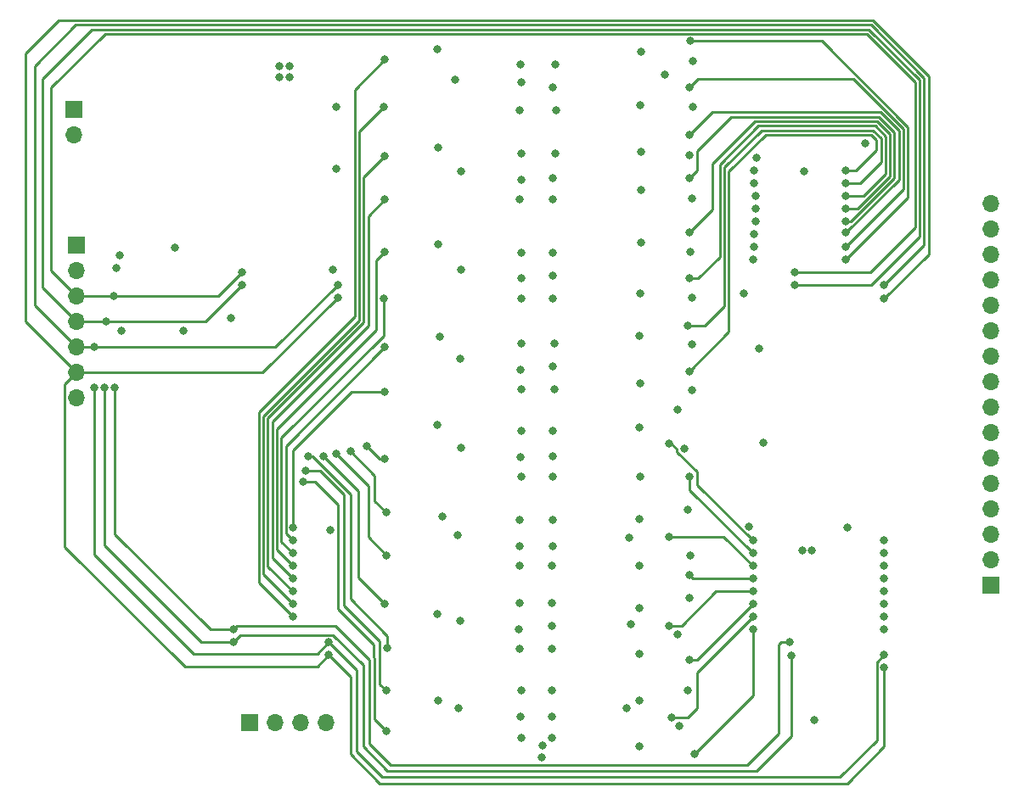
<source format=gbr>
%TF.GenerationSoftware,KiCad,Pcbnew,7.0.6-0*%
%TF.CreationDate,2024-01-17T10:16:55-05:00*%
%TF.ProjectId,SwitchingV3,53776974-6368-4696-9e67-56332e6b6963,rev?*%
%TF.SameCoordinates,Original*%
%TF.FileFunction,Copper,L2,Inr*%
%TF.FilePolarity,Positive*%
%FSLAX46Y46*%
G04 Gerber Fmt 4.6, Leading zero omitted, Abs format (unit mm)*
G04 Created by KiCad (PCBNEW 7.0.6-0) date 2024-01-17 10:16:55*
%MOMM*%
%LPD*%
G01*
G04 APERTURE LIST*
%TA.AperFunction,ComponentPad*%
%ADD10R,1.700000X1.700000*%
%TD*%
%TA.AperFunction,ComponentPad*%
%ADD11O,1.700000X1.700000*%
%TD*%
%TA.AperFunction,ViaPad*%
%ADD12C,0.800000*%
%TD*%
%TA.AperFunction,Conductor*%
%ADD13C,0.250000*%
%TD*%
G04 APERTURE END LIST*
D10*
%TO.N,E_control*%
%TO.C,J3*%
X99060000Y-89789000D03*
D11*
%TO.N,D_control*%
X99060000Y-92329000D03*
%TO.N,S0*%
X99060000Y-94869000D03*
%TO.N,S1*%
X99060000Y-97409000D03*
%TO.N,S2*%
X99060000Y-99949000D03*
%TO.N,S3*%
X99060000Y-102489000D03*
%TO.N,S*%
X99060000Y-105029000D03*
%TD*%
D10*
%TO.N,e1*%
%TO.C,J4*%
X190246000Y-123698000D03*
D11*
%TO.N,e2*%
X190246000Y-121158000D03*
%TO.N,e3*%
X190246000Y-118618000D03*
%TO.N,e4*%
X190246000Y-116078000D03*
%TO.N,e5*%
X190246000Y-113538000D03*
%TO.N,e6*%
X190246000Y-110998000D03*
%TO.N,e7*%
X190246000Y-108458000D03*
%TO.N,e8*%
X190246000Y-105918000D03*
%TO.N,e9*%
X190246000Y-103378000D03*
%TO.N,e10*%
X190246000Y-100838000D03*
%TO.N,e11*%
X190246000Y-98298000D03*
%TO.N,e12*%
X190246000Y-95758000D03*
%TO.N,e13*%
X190246000Y-93218000D03*
%TO.N,e14*%
X190246000Y-90678000D03*
%TO.N,e15*%
X190246000Y-88138000D03*
%TO.N,e16*%
X190246000Y-85598000D03*
%TD*%
D10*
%TO.N,CSOutput1*%
%TO.C,J2*%
X98781000Y-76180000D03*
D11*
%TO.N,CSOutput2*%
X98781000Y-78720000D03*
%TD*%
D10*
%TO.N,+34V*%
%TO.C,J1*%
X116307000Y-137394000D03*
D11*
%TO.N,-34V*%
X118847000Y-137394000D03*
%TO.N,GND*%
X121387000Y-137394000D03*
%TO.N,+3.3V*%
X123927000Y-137394000D03*
%TD*%
D12*
%TO.N,+34V*%
X143183548Y-128070549D03*
X143420500Y-73533000D03*
X143315451Y-136838451D03*
X143391451Y-83193451D03*
X143274951Y-119779951D03*
X145415000Y-140880500D03*
X143340148Y-110943254D03*
X143342951Y-102194951D03*
X143420500Y-93043451D03*
%TO.N,GND*%
X165608000Y-94615000D03*
X124968000Y-75946000D03*
X119253000Y-71882000D03*
X154305000Y-127635000D03*
X157734000Y-72771000D03*
X171450000Y-120269000D03*
X167132000Y-100076000D03*
X171577000Y-82423000D03*
X114427000Y-97028000D03*
X167513000Y-109474000D03*
X120269000Y-71882000D03*
X120269000Y-73025000D03*
X119253000Y-73025000D03*
X172339000Y-120269000D03*
X154178000Y-118999000D03*
X153924000Y-136017000D03*
X124587000Y-92202000D03*
X172593000Y-137160000D03*
%TO.N,-34V*%
X146566077Y-110861173D03*
X145542000Y-139700000D03*
X146481549Y-136855451D03*
X146430500Y-127762000D03*
X146520500Y-83032451D03*
X146520500Y-92830964D03*
X146556250Y-119809451D03*
X146520500Y-101854000D03*
X146520500Y-73966951D03*
%TO.N,+3.3V*%
X155194000Y-117094000D03*
X136779000Y-73279000D03*
X155194000Y-125984000D03*
X124370500Y-118237000D03*
X103378000Y-90805000D03*
X155194000Y-135255000D03*
X155321000Y-70485000D03*
X135128000Y-80010000D03*
X155388800Y-84268800D03*
X155321000Y-89535000D03*
X135128000Y-135255000D03*
X137160000Y-136017000D03*
X135255000Y-98933000D03*
X137287000Y-101092000D03*
X137414000Y-92202000D03*
X137414000Y-109982000D03*
X175895000Y-117983000D03*
X137414000Y-82423000D03*
X135128000Y-89662000D03*
X155261800Y-112843800D03*
X177673000Y-79629000D03*
X155194000Y-121793000D03*
X155284498Y-75819000D03*
X155194000Y-139827000D03*
X137033000Y-118745000D03*
X155194000Y-98806000D03*
X124936500Y-82169000D03*
X137287000Y-127254000D03*
X135509000Y-116877500D03*
X155261800Y-103572800D03*
X155194000Y-130556000D03*
X155261800Y-94555800D03*
X135001000Y-126619000D03*
X155194000Y-107950000D03*
X155304498Y-80480500D03*
X135001000Y-70231000D03*
X135001000Y-107696000D03*
%TO.N,Net-(IC1-B1)*%
X166878000Y-81026000D03*
X109728000Y-98298000D03*
%TO.N,S*%
X103505000Y-98298000D03*
X102997000Y-92075000D03*
%TO.N,S0*%
X102780500Y-94869000D03*
X102870000Y-104013000D03*
X170688000Y-92456000D03*
X115570000Y-92456000D03*
X114681000Y-128143000D03*
X170180000Y-129413000D03*
%TO.N,S1*%
X115570000Y-93726000D03*
X101854000Y-104013000D03*
X170307000Y-130720500D03*
X170688000Y-93726000D03*
X101981000Y-97409000D03*
X114681000Y-129413000D03*
%TO.N,S3*%
X179578000Y-95123000D03*
X179578000Y-131953000D03*
X124206000Y-130683000D03*
X125095000Y-94996000D03*
%TO.N,S2*%
X125095000Y-93726000D03*
X100838000Y-99949000D03*
X179578000Y-93726000D03*
X124206000Y-129413000D03*
X100854497Y-104013000D03*
X179578000Y-130683000D03*
%TO.N,D16_2*%
X120650000Y-126873000D03*
X129794000Y-71247000D03*
%TO.N,D15_2*%
X129667000Y-75946000D03*
X120650000Y-125603000D03*
%TO.N,D14_2*%
X129794000Y-80899000D03*
X120650000Y-124333000D03*
%TO.N,D13_2*%
X120650000Y-123063000D03*
X129794000Y-85217000D03*
%TO.N,D12_2*%
X129789701Y-90419701D03*
X120650000Y-121793000D03*
%TO.N,D11_2*%
X120650000Y-120523000D03*
X129667000Y-95123000D03*
%TO.N,D10_2*%
X129794000Y-99949000D03*
X120650000Y-119253000D03*
%TO.N,D9_2*%
X120650000Y-117983000D03*
X129794000Y-104394000D03*
%TO.N,D8_1*%
X159004000Y-106172000D03*
X166624000Y-82296000D03*
%TO.N,D7_1*%
X159643299Y-110104701D03*
X166624000Y-83566000D03*
%TO.N,D6_1*%
X160020000Y-116205000D03*
X166751000Y-84836000D03*
%TO.N,D5_1*%
X160274000Y-120777000D03*
X166751000Y-86106000D03*
%TO.N,D4_1*%
X160147000Y-124968000D03*
X166751000Y-87376000D03*
%TO.N,D3_1*%
X159004000Y-128651000D03*
X166624000Y-88646000D03*
%TO.N,D2_1*%
X160020000Y-134239000D03*
X166624000Y-89916000D03*
%TO.N,D1_1*%
X159131000Y-137795000D03*
X166497000Y-91186000D03*
%TO.N,D16_1*%
X175768000Y-91186000D03*
X160274000Y-69384500D03*
%TO.N,D15_1*%
X160147000Y-74041000D03*
X175768000Y-89916000D03*
%TO.N,D14_1*%
X160147000Y-78740000D03*
X175768000Y-88519000D03*
%TO.N,D13_1*%
X160147000Y-83058000D03*
X175768000Y-87376000D03*
%TO.N,D12_1*%
X175768000Y-86106000D03*
X160147000Y-88519000D03*
%TO.N,D11_1*%
X160147000Y-93091000D03*
X175768000Y-84836000D03*
%TO.N,D10_1*%
X160020000Y-97790000D03*
X175768000Y-83566000D03*
%TO.N,D9_1*%
X160147000Y-102362000D03*
X175768000Y-82296000D03*
%TO.N,Net-(IC4-B1)*%
X166116000Y-117856000D03*
X108839000Y-90043000D03*
%TO.N,E7_2*%
X128016000Y-109855000D03*
X129794000Y-111125000D03*
%TO.N,E6_2*%
X129921000Y-116459000D03*
X126365000Y-110363000D03*
%TO.N,E5_2*%
X129988800Y-120709200D03*
X124968000Y-110617000D03*
%TO.N,E4_2*%
X129794000Y-125603000D03*
X123698000Y-110871000D03*
%TO.N,E3_2*%
X130033550Y-129944050D03*
X122174000Y-110871000D03*
%TO.N,E2_2*%
X121920000Y-112268000D03*
X129921000Y-134239000D03*
%TO.N,E1_2*%
X121666000Y-113411000D03*
X129921000Y-138303000D03*
%TO.N,E8_1*%
X158115000Y-109601000D03*
X166497000Y-119253000D03*
%TO.N,E7_1*%
X166497000Y-120523000D03*
X160184500Y-112839853D03*
%TO.N,E6_1*%
X158115000Y-118872000D03*
X166497000Y-121793000D03*
%TO.N,E5_1*%
X166497000Y-123063000D03*
X160147000Y-122682000D03*
%TO.N,E4_1*%
X158115000Y-127762000D03*
X166497000Y-124333000D03*
%TO.N,E3_1*%
X166497000Y-125603000D03*
X160142701Y-131186701D03*
%TO.N,E2_1*%
X158369000Y-136906000D03*
X166497000Y-126873000D03*
%TO.N,E1_1*%
X166497000Y-128143000D03*
X160655000Y-140589000D03*
%TO.N,E16_1*%
X179578000Y-128143000D03*
X160528000Y-71374000D03*
%TO.N,E15_1*%
X179578000Y-126873000D03*
X160528000Y-75946000D03*
%TO.N,E14_1*%
X160184500Y-80772000D03*
X179578000Y-125603000D03*
%TO.N,E13_1*%
X179578000Y-124333000D03*
X160401000Y-85090000D03*
%TO.N,E12_1*%
X179578000Y-123063000D03*
X160274000Y-90424000D03*
%TO.N,E11_1*%
X160401000Y-94996000D03*
X179578000Y-121793000D03*
%TO.N,E10_1*%
X179578000Y-120523000D03*
X160438500Y-99695000D03*
%TO.N,E9_1*%
X160401000Y-104267000D03*
X179578000Y-119253000D03*
%TO.N,e1*%
X143383000Y-138938000D03*
X146431000Y-138938000D03*
%TO.N,e2*%
X143383000Y-134239000D03*
X146431000Y-134239000D03*
%TO.N,e3*%
X146431000Y-130048000D03*
X143256000Y-130048000D03*
%TO.N,e4*%
X146431000Y-125476000D03*
X143256000Y-125476000D03*
%TO.N,e5*%
X143256000Y-121793000D03*
X146431000Y-121793000D03*
%TO.N,e6*%
X143256000Y-117221000D03*
X146558000Y-117221000D03*
%TO.N,e7*%
X143383000Y-112903000D03*
X146558000Y-112903000D03*
%TO.N,e8*%
X146558000Y-108331000D03*
X143383000Y-108331000D03*
%TO.N,e9*%
X143383000Y-104140000D03*
X146685000Y-104140000D03*
%TO.N,e10*%
X146685000Y-99568000D03*
X143383000Y-99568000D03*
%TO.N,e11*%
X146558000Y-95123000D03*
X143383000Y-95123000D03*
%TO.N,e12*%
X146558000Y-90551000D03*
X143383000Y-90551000D03*
%TO.N,e13*%
X146558000Y-85217000D03*
X143256000Y-85217000D03*
%TO.N,e14*%
X143383000Y-80645000D03*
X146812000Y-80645000D03*
%TO.N,e15*%
X143205000Y-76288000D03*
X146870520Y-76314514D03*
%TO.N,e16*%
X143305000Y-71689000D03*
X146756128Y-71711588D03*
%TD*%
D13*
%TO.N,S0*%
X101901000Y-68660000D02*
X177877208Y-68660000D01*
X177877208Y-68660000D02*
X182673000Y-73455792D01*
X130360000Y-141663000D02*
X165931000Y-141663000D01*
X169037000Y-129667000D02*
X169291000Y-129413000D01*
X128270000Y-131191000D02*
X128270000Y-139573000D01*
X96520000Y-74041000D02*
X101901000Y-68660000D01*
X102780500Y-94869000D02*
X113157000Y-94869000D01*
X113157000Y-94869000D02*
X115570000Y-92456000D01*
X96520000Y-92329000D02*
X96520000Y-74041000D01*
X112395000Y-128143000D02*
X114681000Y-128143000D01*
X102870000Y-104013000D02*
X102870000Y-118618000D01*
X102870000Y-118618000D02*
X112395000Y-128143000D01*
X115062000Y-127762000D02*
X124841000Y-127762000D01*
X182673000Y-87964000D02*
X178181000Y-92456000D01*
X182673000Y-73455792D02*
X182673000Y-87964000D01*
X169291000Y-129413000D02*
X170180000Y-129413000D01*
X99060000Y-94869000D02*
X102780500Y-94869000D01*
X169037000Y-138557000D02*
X169037000Y-129667000D01*
X114681000Y-128143000D02*
X115062000Y-127762000D01*
X99060000Y-94869000D02*
X96520000Y-92329000D01*
X165931000Y-141663000D02*
X169037000Y-138557000D01*
X124841000Y-127762000D02*
X128270000Y-131191000D01*
X128270000Y-139573000D02*
X130360000Y-141663000D01*
X178181000Y-92456000D02*
X170688000Y-92456000D01*
%TO.N,S1*%
X101854000Y-119761000D02*
X111506000Y-129413000D01*
X166878000Y-142240000D02*
X170307000Y-138811000D01*
X95631000Y-93980000D02*
X99060000Y-97409000D01*
X127635000Y-131699000D02*
X127635000Y-139827000D01*
X170688000Y-93726000D02*
X178308000Y-93726000D01*
X111506000Y-129413000D02*
X114681000Y-129413000D01*
X183123000Y-88911000D02*
X183123000Y-73269396D01*
X99060000Y-97409000D02*
X101981000Y-97409000D01*
X178308000Y-93726000D02*
X183123000Y-88911000D01*
X101854000Y-104013000D02*
X101854000Y-119761000D01*
X100571604Y-68210000D02*
X95631000Y-73150604D01*
X170307000Y-138811000D02*
X170307000Y-130720500D01*
X115406000Y-128688000D02*
X124624000Y-128688000D01*
X95631000Y-73150604D02*
X95631000Y-93980000D01*
X127635000Y-139827000D02*
X130048000Y-142240000D01*
X183123000Y-73269396D02*
X178063604Y-68210000D01*
X111887000Y-97409000D02*
X115570000Y-93726000D01*
X124624000Y-128688000D02*
X127635000Y-131699000D01*
X101981000Y-97409000D02*
X111887000Y-97409000D01*
X114681000Y-129413000D02*
X115406000Y-128688000D01*
X130048000Y-142240000D02*
X166878000Y-142240000D01*
X178063604Y-68210000D02*
X100571604Y-68210000D01*
%TO.N,S3*%
X93980000Y-70612000D02*
X97282000Y-67310000D01*
X97885000Y-103664000D02*
X97885000Y-119856000D01*
X178436396Y-67310000D02*
X184023000Y-72896604D01*
X184023000Y-72896604D02*
X184023000Y-90678000D01*
X123063000Y-131826000D02*
X124206000Y-130683000D01*
X124206000Y-130683000D02*
X126365000Y-132842000D01*
X109855000Y-131826000D02*
X123063000Y-131826000D01*
X126365000Y-140589000D02*
X129286000Y-143510000D01*
X129286000Y-143510000D02*
X175895000Y-143510000D01*
X184023000Y-90678000D02*
X179578000Y-95123000D01*
X99060000Y-102489000D02*
X117602000Y-102489000D01*
X99060000Y-102489000D02*
X93980000Y-97409000D01*
X126365000Y-132842000D02*
X126365000Y-140589000D01*
X179578000Y-139827000D02*
X179578000Y-131953000D01*
X175895000Y-143510000D02*
X179578000Y-139827000D01*
X97282000Y-67310000D02*
X178436396Y-67310000D01*
X93980000Y-97409000D02*
X93980000Y-70612000D01*
X97885000Y-119856000D02*
X109855000Y-131826000D01*
X117602000Y-102489000D02*
X125095000Y-94996000D01*
X99060000Y-102489000D02*
X97885000Y-103664000D01*
%TO.N,S2*%
X129540000Y-142875000D02*
X175133000Y-142875000D01*
X178853000Y-139155000D02*
X178853000Y-131408000D01*
X127000000Y-132207000D02*
X127000000Y-140335000D01*
X127000000Y-140335000D02*
X129540000Y-142875000D01*
X183573000Y-73083000D02*
X183573000Y-89731000D01*
X118872000Y-99949000D02*
X125095000Y-93726000D01*
X98991000Y-67760000D02*
X178250000Y-67760000D01*
X178853000Y-131408000D02*
X179578000Y-130683000D01*
X110744000Y-130556000D02*
X123063000Y-130556000D01*
X183573000Y-89731000D02*
X179578000Y-93726000D01*
X94869000Y-95758000D02*
X94869000Y-71882000D01*
X94869000Y-71882000D02*
X98991000Y-67760000D01*
X100854497Y-120666497D02*
X110744000Y-130556000D01*
X99060000Y-99949000D02*
X94869000Y-95758000D01*
X175133000Y-142875000D02*
X178853000Y-139155000D01*
X124206000Y-129413000D02*
X127000000Y-132207000D01*
X178250000Y-67760000D02*
X183573000Y-73083000D01*
X100838000Y-99949000D02*
X99060000Y-99949000D01*
X100838000Y-99949000D02*
X118872000Y-99949000D01*
X123063000Y-130556000D02*
X124206000Y-129413000D01*
X100854497Y-104013000D02*
X100854497Y-120666497D01*
%TO.N,D16_2*%
X117225000Y-106422000D02*
X126793000Y-96854000D01*
X117225000Y-123448000D02*
X117225000Y-106422000D01*
X126793000Y-96854000D02*
X126793000Y-74248000D01*
X120650000Y-126873000D02*
X117225000Y-123448000D01*
X126793000Y-74248000D02*
X129794000Y-71247000D01*
%TO.N,D15_2*%
X120650000Y-125603000D02*
X117675000Y-122628000D01*
X127243000Y-97291604D02*
X127243000Y-78370000D01*
X127243000Y-78370000D02*
X129667000Y-75946000D01*
X117675000Y-106859604D02*
X127243000Y-97291604D01*
X117675000Y-122628000D02*
X117675000Y-106859604D01*
%TO.N,D14_2*%
X127693000Y-97478000D02*
X127693000Y-83000000D01*
X120650000Y-124333000D02*
X118125000Y-121808000D01*
X118125000Y-121808000D02*
X118125000Y-107046000D01*
X118125000Y-107046000D02*
X127693000Y-97478000D01*
X127693000Y-83000000D02*
X129794000Y-80899000D01*
%TO.N,D13_2*%
X118575000Y-107358000D02*
X128143000Y-97790000D01*
X128143000Y-97790000D02*
X128143000Y-86868000D01*
X118575000Y-120988000D02*
X118575000Y-107358000D01*
X128143000Y-86868000D02*
X129794000Y-85217000D01*
X120650000Y-123063000D02*
X118575000Y-120988000D01*
%TO.N,D12_2*%
X120650000Y-121793000D02*
X119025000Y-120168000D01*
X128942000Y-91267402D02*
X129789701Y-90419701D01*
X128942000Y-98197500D02*
X128942000Y-91267402D01*
X119025000Y-108114500D02*
X128942000Y-98197500D01*
X119025000Y-120168000D02*
X119025000Y-108114500D01*
%TO.N,D11_2*%
X119475000Y-119348000D02*
X119475000Y-108998000D01*
X129667000Y-98806000D02*
X129667000Y-95123000D01*
X120650000Y-120523000D02*
X119475000Y-119348000D01*
X119475000Y-108998000D02*
X129667000Y-98806000D01*
%TO.N,D10_2*%
X119925000Y-118528000D02*
X119925000Y-109818000D01*
X120650000Y-119253000D02*
X119925000Y-118528000D01*
X119925000Y-109818000D02*
X129794000Y-99949000D01*
%TO.N,D9_2*%
X126492000Y-104394000D02*
X129794000Y-104394000D01*
X120650000Y-117983000D02*
X120650000Y-110236000D01*
X120650000Y-110236000D02*
X126492000Y-104394000D01*
%TO.N,D16_1*%
X175768000Y-91186000D02*
X181966000Y-84988000D01*
X181966000Y-77943228D02*
X173407272Y-69384500D01*
X181966000Y-84988000D02*
X181966000Y-77943228D01*
X173407272Y-69384500D02*
X160274000Y-69384500D01*
%TO.N,D15_1*%
X176538376Y-73152000D02*
X181516000Y-78129624D01*
X161036000Y-73152000D02*
X176538376Y-73152000D01*
X181516000Y-84168000D02*
X175768000Y-89916000D01*
X181516000Y-78129624D02*
X181516000Y-84168000D01*
X160147000Y-74041000D02*
X161036000Y-73152000D01*
%TO.N,D14_1*%
X179203980Y-76454000D02*
X181066000Y-78316020D01*
X181066000Y-83225188D02*
X175772188Y-88519000D01*
X175772188Y-88519000D02*
X175768000Y-88519000D01*
X160147000Y-78740000D02*
X162433000Y-76454000D01*
X181066000Y-78316020D02*
X181066000Y-83225188D01*
X162433000Y-76454000D02*
X179203980Y-76454000D01*
%TO.N,D13_1*%
X179053584Y-76940000D02*
X180616000Y-78502416D01*
X160909000Y-82296000D02*
X160909000Y-80391000D01*
X180616000Y-78502416D02*
X180616000Y-83038792D01*
X176278792Y-87376000D02*
X175768000Y-87376000D01*
X160909000Y-80391000D02*
X164360000Y-76940000D01*
X164360000Y-76940000D02*
X179053584Y-76940000D01*
X180616000Y-83038792D02*
X176278792Y-87376000D01*
X160147000Y-83058000D02*
X160909000Y-82296000D01*
%TO.N,D12_1*%
X176912396Y-86106000D02*
X175768000Y-86106000D01*
X180166000Y-78688812D02*
X180166000Y-82852396D01*
X160147000Y-88519000D02*
X162433000Y-86233000D01*
X162433000Y-81661000D02*
X166704000Y-77390000D01*
X178867188Y-77390000D02*
X180166000Y-78688812D01*
X166704000Y-77390000D02*
X178867188Y-77390000D01*
X180166000Y-82852396D02*
X176912396Y-86106000D01*
X162433000Y-86233000D02*
X162433000Y-81661000D01*
%TO.N,D11_1*%
X160147000Y-93091000D02*
X161036000Y-93091000D01*
X163184000Y-90943000D02*
X163184000Y-81672000D01*
X163184000Y-81672000D02*
X167016000Y-77840000D01*
X167016000Y-77840000D02*
X178680792Y-77840000D01*
X161036000Y-93091000D02*
X163184000Y-90943000D01*
X177546000Y-84836000D02*
X175768000Y-84836000D01*
X178680792Y-77840000D02*
X179716000Y-78875208D01*
X179716000Y-78875208D02*
X179716000Y-82666000D01*
X179716000Y-82666000D02*
X177546000Y-84836000D01*
%TO.N,D10_1*%
X163634000Y-81984000D02*
X167328000Y-78290000D01*
X167328000Y-78290000D02*
X178494396Y-78290000D01*
X179266000Y-81465000D02*
X177165000Y-83566000D01*
X178494396Y-78290000D02*
X179266000Y-79061604D01*
X160020000Y-97790000D02*
X161669604Y-97790000D01*
X179266000Y-79061604D02*
X179266000Y-81465000D01*
X163634000Y-95825604D02*
X163634000Y-81984000D01*
X161669604Y-97790000D02*
X163634000Y-95825604D01*
X177165000Y-83566000D02*
X175768000Y-83566000D01*
%TO.N,D9_1*%
X160147000Y-102362000D02*
X164084000Y-98425000D01*
X176784000Y-82296000D02*
X175768000Y-82296000D01*
X178308000Y-78740000D02*
X178816000Y-79248000D01*
X164084000Y-98425000D02*
X164084000Y-82423000D01*
X167767000Y-78740000D02*
X178308000Y-78740000D01*
X164084000Y-82423000D02*
X167767000Y-78740000D01*
X178816000Y-79248000D02*
X178816000Y-80264000D01*
X178816000Y-80264000D02*
X176784000Y-82296000D01*
%TO.N,E7_2*%
X129794000Y-111125000D02*
X129286000Y-111125000D01*
X129286000Y-111125000D02*
X128016000Y-109855000D01*
%TO.N,E6_2*%
X126365000Y-110363000D02*
X128778000Y-112776000D01*
X128778000Y-115316000D02*
X129921000Y-116459000D01*
X128778000Y-112776000D02*
X128778000Y-115316000D01*
%TO.N,E5_2*%
X124968000Y-110617000D02*
X128143000Y-113792000D01*
X128143000Y-118863400D02*
X129988800Y-120709200D01*
X128143000Y-113792000D02*
X128143000Y-118863400D01*
%TO.N,E4_2*%
X127127000Y-122936000D02*
X129794000Y-125603000D01*
X123698000Y-110871000D02*
X127127000Y-114300000D01*
X127127000Y-114300000D02*
X127127000Y-122936000D01*
%TO.N,E3_2*%
X122174000Y-110871000D02*
X122556396Y-110871000D01*
X126365000Y-114679604D02*
X126365000Y-125095000D01*
X122556396Y-110871000D02*
X126365000Y-114679604D01*
X126365000Y-125095000D02*
X130033550Y-128763550D01*
X130033550Y-128763550D02*
X130033550Y-129944050D01*
%TO.N,E2_2*%
X129286000Y-129286000D02*
X129286000Y-133604000D01*
X125730000Y-125730000D02*
X129286000Y-129286000D01*
X129286000Y-133604000D02*
X129921000Y-134239000D01*
X123317000Y-112268000D02*
X125730000Y-114681000D01*
X125730000Y-114681000D02*
X125730000Y-125730000D01*
X121920000Y-112268000D02*
X123317000Y-112268000D01*
%TO.N,E1_2*%
X121666000Y-113411000D02*
X122809000Y-113411000D01*
X128720000Y-137102000D02*
X129921000Y-138303000D01*
X128651000Y-129667000D02*
X128651000Y-130935604D01*
X128720000Y-131004604D02*
X128720000Y-137102000D01*
X125095000Y-126111000D02*
X128651000Y-129667000D01*
X122809000Y-113411000D02*
X125095000Y-115697000D01*
X128651000Y-130935604D02*
X128720000Y-131004604D01*
X125095000Y-115697000D02*
X125095000Y-126111000D01*
%TO.N,E8_1*%
X160909000Y-112395707D02*
X160909000Y-113674305D01*
X158918299Y-110405006D02*
X160909000Y-112395707D01*
X158115000Y-109601000D02*
X158369000Y-109601000D01*
X158918299Y-110150299D02*
X158918299Y-110405006D01*
X160909000Y-113674305D02*
X166487695Y-119253000D01*
X166487695Y-119253000D02*
X166497000Y-119253000D01*
X158369000Y-109601000D02*
X158918299Y-110150299D01*
%TO.N,E7_1*%
X160184500Y-114210500D02*
X166497000Y-120523000D01*
X160184500Y-112839853D02*
X160184500Y-114210500D01*
%TO.N,E6_1*%
X158115000Y-118872000D02*
X163576000Y-118872000D01*
X163576000Y-118872000D02*
X166497000Y-121793000D01*
%TO.N,E5_1*%
X160147000Y-122682000D02*
X160528000Y-123063000D01*
X160528000Y-123063000D02*
X166497000Y-123063000D01*
%TO.N,E4_1*%
X159385000Y-127762000D02*
X162814000Y-124333000D01*
X158115000Y-127762000D02*
X159385000Y-127762000D01*
X162814000Y-124333000D02*
X166497000Y-124333000D01*
%TO.N,E3_1*%
X160142701Y-131186701D02*
X160913299Y-131186701D01*
X160913299Y-131186701D02*
X166497000Y-125603000D01*
%TO.N,E2_1*%
X160909000Y-136017000D02*
X160909000Y-132461000D01*
X160909000Y-132461000D02*
X166497000Y-126873000D01*
X158369000Y-136906000D02*
X160020000Y-136906000D01*
X160020000Y-136906000D02*
X160909000Y-136017000D01*
%TO.N,E1_1*%
X166497000Y-134747000D02*
X160655000Y-140589000D01*
X166497000Y-128143000D02*
X166497000Y-134747000D01*
%TD*%
M02*

</source>
